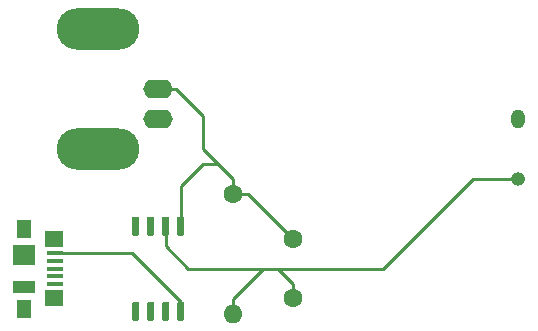
<source format=gbr>
G04 #@! TF.GenerationSoftware,KiCad,Pcbnew,(5.1.5)-3*
G04 #@! TF.CreationDate,2020-02-27T09:25:40+00:00*
G04 #@! TF.ProjectId,fast_diode_pcb,66617374-5f64-4696-9f64-655f7063622e,rev?*
G04 #@! TF.SameCoordinates,Original*
G04 #@! TF.FileFunction,Copper,L1,Top*
G04 #@! TF.FilePolarity,Positive*
%FSLAX46Y46*%
G04 Gerber Fmt 4.6, Leading zero omitted, Abs format (unit mm)*
G04 Created by KiCad (PCBNEW (5.1.5)-3) date 2020-02-27 09:25:40*
%MOMM*%
%LPD*%
G04 APERTURE LIST*
%ADD10O,1.200000X1.600000*%
%ADD11O,1.200000X1.200000*%
%ADD12C,1.600000*%
%ADD13R,1.380000X0.450000*%
%ADD14R,1.550000X1.425000*%
%ADD15R,1.300000X1.650000*%
%ADD16R,1.900000X1.800000*%
%ADD17R,1.900000X1.000000*%
%ADD18O,7.000000X3.500000*%
%ADD19O,2.500000X1.600000*%
%ADD20O,1.600000X1.600000*%
%ADD21C,0.100000*%
%ADD22C,0.250000*%
G04 APERTURE END LIST*
D10*
X149860000Y-97790000D03*
D11*
X149860000Y-102870000D03*
D12*
X130810000Y-107950000D03*
X130810000Y-112950000D03*
D13*
X110680000Y-109190000D03*
X110680000Y-109840000D03*
X110680000Y-110490000D03*
X110680000Y-111140000D03*
X110680000Y-111790000D03*
D14*
X110595000Y-108002500D03*
X110595000Y-112977500D03*
D15*
X108020000Y-107115000D03*
X108020000Y-113865000D03*
D16*
X108020000Y-109340000D03*
D17*
X108020000Y-112040000D03*
D18*
X114300000Y-100330000D03*
X114300000Y-90170000D03*
D19*
X119380000Y-95250000D03*
X119380000Y-97790000D03*
D12*
X125730000Y-104140000D03*
D20*
X125730000Y-114300000D03*
G04 #@! TA.AperFunction,SMDPad,CuDef*
D21*
G36*
X121449703Y-106090722D02*
G01*
X121464264Y-106092882D01*
X121478543Y-106096459D01*
X121492403Y-106101418D01*
X121505710Y-106107712D01*
X121518336Y-106115280D01*
X121530159Y-106124048D01*
X121541066Y-106133934D01*
X121550952Y-106144841D01*
X121559720Y-106156664D01*
X121567288Y-106169290D01*
X121573582Y-106182597D01*
X121578541Y-106196457D01*
X121582118Y-106210736D01*
X121584278Y-106225297D01*
X121585000Y-106240000D01*
X121585000Y-107540000D01*
X121584278Y-107554703D01*
X121582118Y-107569264D01*
X121578541Y-107583543D01*
X121573582Y-107597403D01*
X121567288Y-107610710D01*
X121559720Y-107623336D01*
X121550952Y-107635159D01*
X121541066Y-107646066D01*
X121530159Y-107655952D01*
X121518336Y-107664720D01*
X121505710Y-107672288D01*
X121492403Y-107678582D01*
X121478543Y-107683541D01*
X121464264Y-107687118D01*
X121449703Y-107689278D01*
X121435000Y-107690000D01*
X121135000Y-107690000D01*
X121120297Y-107689278D01*
X121105736Y-107687118D01*
X121091457Y-107683541D01*
X121077597Y-107678582D01*
X121064290Y-107672288D01*
X121051664Y-107664720D01*
X121039841Y-107655952D01*
X121028934Y-107646066D01*
X121019048Y-107635159D01*
X121010280Y-107623336D01*
X121002712Y-107610710D01*
X120996418Y-107597403D01*
X120991459Y-107583543D01*
X120987882Y-107569264D01*
X120985722Y-107554703D01*
X120985000Y-107540000D01*
X120985000Y-106240000D01*
X120985722Y-106225297D01*
X120987882Y-106210736D01*
X120991459Y-106196457D01*
X120996418Y-106182597D01*
X121002712Y-106169290D01*
X121010280Y-106156664D01*
X121019048Y-106144841D01*
X121028934Y-106133934D01*
X121039841Y-106124048D01*
X121051664Y-106115280D01*
X121064290Y-106107712D01*
X121077597Y-106101418D01*
X121091457Y-106096459D01*
X121105736Y-106092882D01*
X121120297Y-106090722D01*
X121135000Y-106090000D01*
X121435000Y-106090000D01*
X121449703Y-106090722D01*
G37*
G04 #@! TD.AperFunction*
G04 #@! TA.AperFunction,SMDPad,CuDef*
G36*
X120179703Y-106090722D02*
G01*
X120194264Y-106092882D01*
X120208543Y-106096459D01*
X120222403Y-106101418D01*
X120235710Y-106107712D01*
X120248336Y-106115280D01*
X120260159Y-106124048D01*
X120271066Y-106133934D01*
X120280952Y-106144841D01*
X120289720Y-106156664D01*
X120297288Y-106169290D01*
X120303582Y-106182597D01*
X120308541Y-106196457D01*
X120312118Y-106210736D01*
X120314278Y-106225297D01*
X120315000Y-106240000D01*
X120315000Y-107540000D01*
X120314278Y-107554703D01*
X120312118Y-107569264D01*
X120308541Y-107583543D01*
X120303582Y-107597403D01*
X120297288Y-107610710D01*
X120289720Y-107623336D01*
X120280952Y-107635159D01*
X120271066Y-107646066D01*
X120260159Y-107655952D01*
X120248336Y-107664720D01*
X120235710Y-107672288D01*
X120222403Y-107678582D01*
X120208543Y-107683541D01*
X120194264Y-107687118D01*
X120179703Y-107689278D01*
X120165000Y-107690000D01*
X119865000Y-107690000D01*
X119850297Y-107689278D01*
X119835736Y-107687118D01*
X119821457Y-107683541D01*
X119807597Y-107678582D01*
X119794290Y-107672288D01*
X119781664Y-107664720D01*
X119769841Y-107655952D01*
X119758934Y-107646066D01*
X119749048Y-107635159D01*
X119740280Y-107623336D01*
X119732712Y-107610710D01*
X119726418Y-107597403D01*
X119721459Y-107583543D01*
X119717882Y-107569264D01*
X119715722Y-107554703D01*
X119715000Y-107540000D01*
X119715000Y-106240000D01*
X119715722Y-106225297D01*
X119717882Y-106210736D01*
X119721459Y-106196457D01*
X119726418Y-106182597D01*
X119732712Y-106169290D01*
X119740280Y-106156664D01*
X119749048Y-106144841D01*
X119758934Y-106133934D01*
X119769841Y-106124048D01*
X119781664Y-106115280D01*
X119794290Y-106107712D01*
X119807597Y-106101418D01*
X119821457Y-106096459D01*
X119835736Y-106092882D01*
X119850297Y-106090722D01*
X119865000Y-106090000D01*
X120165000Y-106090000D01*
X120179703Y-106090722D01*
G37*
G04 #@! TD.AperFunction*
G04 #@! TA.AperFunction,SMDPad,CuDef*
G36*
X118909703Y-106090722D02*
G01*
X118924264Y-106092882D01*
X118938543Y-106096459D01*
X118952403Y-106101418D01*
X118965710Y-106107712D01*
X118978336Y-106115280D01*
X118990159Y-106124048D01*
X119001066Y-106133934D01*
X119010952Y-106144841D01*
X119019720Y-106156664D01*
X119027288Y-106169290D01*
X119033582Y-106182597D01*
X119038541Y-106196457D01*
X119042118Y-106210736D01*
X119044278Y-106225297D01*
X119045000Y-106240000D01*
X119045000Y-107540000D01*
X119044278Y-107554703D01*
X119042118Y-107569264D01*
X119038541Y-107583543D01*
X119033582Y-107597403D01*
X119027288Y-107610710D01*
X119019720Y-107623336D01*
X119010952Y-107635159D01*
X119001066Y-107646066D01*
X118990159Y-107655952D01*
X118978336Y-107664720D01*
X118965710Y-107672288D01*
X118952403Y-107678582D01*
X118938543Y-107683541D01*
X118924264Y-107687118D01*
X118909703Y-107689278D01*
X118895000Y-107690000D01*
X118595000Y-107690000D01*
X118580297Y-107689278D01*
X118565736Y-107687118D01*
X118551457Y-107683541D01*
X118537597Y-107678582D01*
X118524290Y-107672288D01*
X118511664Y-107664720D01*
X118499841Y-107655952D01*
X118488934Y-107646066D01*
X118479048Y-107635159D01*
X118470280Y-107623336D01*
X118462712Y-107610710D01*
X118456418Y-107597403D01*
X118451459Y-107583543D01*
X118447882Y-107569264D01*
X118445722Y-107554703D01*
X118445000Y-107540000D01*
X118445000Y-106240000D01*
X118445722Y-106225297D01*
X118447882Y-106210736D01*
X118451459Y-106196457D01*
X118456418Y-106182597D01*
X118462712Y-106169290D01*
X118470280Y-106156664D01*
X118479048Y-106144841D01*
X118488934Y-106133934D01*
X118499841Y-106124048D01*
X118511664Y-106115280D01*
X118524290Y-106107712D01*
X118537597Y-106101418D01*
X118551457Y-106096459D01*
X118565736Y-106092882D01*
X118580297Y-106090722D01*
X118595000Y-106090000D01*
X118895000Y-106090000D01*
X118909703Y-106090722D01*
G37*
G04 #@! TD.AperFunction*
G04 #@! TA.AperFunction,SMDPad,CuDef*
G36*
X117639703Y-106090722D02*
G01*
X117654264Y-106092882D01*
X117668543Y-106096459D01*
X117682403Y-106101418D01*
X117695710Y-106107712D01*
X117708336Y-106115280D01*
X117720159Y-106124048D01*
X117731066Y-106133934D01*
X117740952Y-106144841D01*
X117749720Y-106156664D01*
X117757288Y-106169290D01*
X117763582Y-106182597D01*
X117768541Y-106196457D01*
X117772118Y-106210736D01*
X117774278Y-106225297D01*
X117775000Y-106240000D01*
X117775000Y-107540000D01*
X117774278Y-107554703D01*
X117772118Y-107569264D01*
X117768541Y-107583543D01*
X117763582Y-107597403D01*
X117757288Y-107610710D01*
X117749720Y-107623336D01*
X117740952Y-107635159D01*
X117731066Y-107646066D01*
X117720159Y-107655952D01*
X117708336Y-107664720D01*
X117695710Y-107672288D01*
X117682403Y-107678582D01*
X117668543Y-107683541D01*
X117654264Y-107687118D01*
X117639703Y-107689278D01*
X117625000Y-107690000D01*
X117325000Y-107690000D01*
X117310297Y-107689278D01*
X117295736Y-107687118D01*
X117281457Y-107683541D01*
X117267597Y-107678582D01*
X117254290Y-107672288D01*
X117241664Y-107664720D01*
X117229841Y-107655952D01*
X117218934Y-107646066D01*
X117209048Y-107635159D01*
X117200280Y-107623336D01*
X117192712Y-107610710D01*
X117186418Y-107597403D01*
X117181459Y-107583543D01*
X117177882Y-107569264D01*
X117175722Y-107554703D01*
X117175000Y-107540000D01*
X117175000Y-106240000D01*
X117175722Y-106225297D01*
X117177882Y-106210736D01*
X117181459Y-106196457D01*
X117186418Y-106182597D01*
X117192712Y-106169290D01*
X117200280Y-106156664D01*
X117209048Y-106144841D01*
X117218934Y-106133934D01*
X117229841Y-106124048D01*
X117241664Y-106115280D01*
X117254290Y-106107712D01*
X117267597Y-106101418D01*
X117281457Y-106096459D01*
X117295736Y-106092882D01*
X117310297Y-106090722D01*
X117325000Y-106090000D01*
X117625000Y-106090000D01*
X117639703Y-106090722D01*
G37*
G04 #@! TD.AperFunction*
G04 #@! TA.AperFunction,SMDPad,CuDef*
G36*
X117639703Y-113290722D02*
G01*
X117654264Y-113292882D01*
X117668543Y-113296459D01*
X117682403Y-113301418D01*
X117695710Y-113307712D01*
X117708336Y-113315280D01*
X117720159Y-113324048D01*
X117731066Y-113333934D01*
X117740952Y-113344841D01*
X117749720Y-113356664D01*
X117757288Y-113369290D01*
X117763582Y-113382597D01*
X117768541Y-113396457D01*
X117772118Y-113410736D01*
X117774278Y-113425297D01*
X117775000Y-113440000D01*
X117775000Y-114740000D01*
X117774278Y-114754703D01*
X117772118Y-114769264D01*
X117768541Y-114783543D01*
X117763582Y-114797403D01*
X117757288Y-114810710D01*
X117749720Y-114823336D01*
X117740952Y-114835159D01*
X117731066Y-114846066D01*
X117720159Y-114855952D01*
X117708336Y-114864720D01*
X117695710Y-114872288D01*
X117682403Y-114878582D01*
X117668543Y-114883541D01*
X117654264Y-114887118D01*
X117639703Y-114889278D01*
X117625000Y-114890000D01*
X117325000Y-114890000D01*
X117310297Y-114889278D01*
X117295736Y-114887118D01*
X117281457Y-114883541D01*
X117267597Y-114878582D01*
X117254290Y-114872288D01*
X117241664Y-114864720D01*
X117229841Y-114855952D01*
X117218934Y-114846066D01*
X117209048Y-114835159D01*
X117200280Y-114823336D01*
X117192712Y-114810710D01*
X117186418Y-114797403D01*
X117181459Y-114783543D01*
X117177882Y-114769264D01*
X117175722Y-114754703D01*
X117175000Y-114740000D01*
X117175000Y-113440000D01*
X117175722Y-113425297D01*
X117177882Y-113410736D01*
X117181459Y-113396457D01*
X117186418Y-113382597D01*
X117192712Y-113369290D01*
X117200280Y-113356664D01*
X117209048Y-113344841D01*
X117218934Y-113333934D01*
X117229841Y-113324048D01*
X117241664Y-113315280D01*
X117254290Y-113307712D01*
X117267597Y-113301418D01*
X117281457Y-113296459D01*
X117295736Y-113292882D01*
X117310297Y-113290722D01*
X117325000Y-113290000D01*
X117625000Y-113290000D01*
X117639703Y-113290722D01*
G37*
G04 #@! TD.AperFunction*
G04 #@! TA.AperFunction,SMDPad,CuDef*
G36*
X118909703Y-113290722D02*
G01*
X118924264Y-113292882D01*
X118938543Y-113296459D01*
X118952403Y-113301418D01*
X118965710Y-113307712D01*
X118978336Y-113315280D01*
X118990159Y-113324048D01*
X119001066Y-113333934D01*
X119010952Y-113344841D01*
X119019720Y-113356664D01*
X119027288Y-113369290D01*
X119033582Y-113382597D01*
X119038541Y-113396457D01*
X119042118Y-113410736D01*
X119044278Y-113425297D01*
X119045000Y-113440000D01*
X119045000Y-114740000D01*
X119044278Y-114754703D01*
X119042118Y-114769264D01*
X119038541Y-114783543D01*
X119033582Y-114797403D01*
X119027288Y-114810710D01*
X119019720Y-114823336D01*
X119010952Y-114835159D01*
X119001066Y-114846066D01*
X118990159Y-114855952D01*
X118978336Y-114864720D01*
X118965710Y-114872288D01*
X118952403Y-114878582D01*
X118938543Y-114883541D01*
X118924264Y-114887118D01*
X118909703Y-114889278D01*
X118895000Y-114890000D01*
X118595000Y-114890000D01*
X118580297Y-114889278D01*
X118565736Y-114887118D01*
X118551457Y-114883541D01*
X118537597Y-114878582D01*
X118524290Y-114872288D01*
X118511664Y-114864720D01*
X118499841Y-114855952D01*
X118488934Y-114846066D01*
X118479048Y-114835159D01*
X118470280Y-114823336D01*
X118462712Y-114810710D01*
X118456418Y-114797403D01*
X118451459Y-114783543D01*
X118447882Y-114769264D01*
X118445722Y-114754703D01*
X118445000Y-114740000D01*
X118445000Y-113440000D01*
X118445722Y-113425297D01*
X118447882Y-113410736D01*
X118451459Y-113396457D01*
X118456418Y-113382597D01*
X118462712Y-113369290D01*
X118470280Y-113356664D01*
X118479048Y-113344841D01*
X118488934Y-113333934D01*
X118499841Y-113324048D01*
X118511664Y-113315280D01*
X118524290Y-113307712D01*
X118537597Y-113301418D01*
X118551457Y-113296459D01*
X118565736Y-113292882D01*
X118580297Y-113290722D01*
X118595000Y-113290000D01*
X118895000Y-113290000D01*
X118909703Y-113290722D01*
G37*
G04 #@! TD.AperFunction*
G04 #@! TA.AperFunction,SMDPad,CuDef*
G36*
X120179703Y-113290722D02*
G01*
X120194264Y-113292882D01*
X120208543Y-113296459D01*
X120222403Y-113301418D01*
X120235710Y-113307712D01*
X120248336Y-113315280D01*
X120260159Y-113324048D01*
X120271066Y-113333934D01*
X120280952Y-113344841D01*
X120289720Y-113356664D01*
X120297288Y-113369290D01*
X120303582Y-113382597D01*
X120308541Y-113396457D01*
X120312118Y-113410736D01*
X120314278Y-113425297D01*
X120315000Y-113440000D01*
X120315000Y-114740000D01*
X120314278Y-114754703D01*
X120312118Y-114769264D01*
X120308541Y-114783543D01*
X120303582Y-114797403D01*
X120297288Y-114810710D01*
X120289720Y-114823336D01*
X120280952Y-114835159D01*
X120271066Y-114846066D01*
X120260159Y-114855952D01*
X120248336Y-114864720D01*
X120235710Y-114872288D01*
X120222403Y-114878582D01*
X120208543Y-114883541D01*
X120194264Y-114887118D01*
X120179703Y-114889278D01*
X120165000Y-114890000D01*
X119865000Y-114890000D01*
X119850297Y-114889278D01*
X119835736Y-114887118D01*
X119821457Y-114883541D01*
X119807597Y-114878582D01*
X119794290Y-114872288D01*
X119781664Y-114864720D01*
X119769841Y-114855952D01*
X119758934Y-114846066D01*
X119749048Y-114835159D01*
X119740280Y-114823336D01*
X119732712Y-114810710D01*
X119726418Y-114797403D01*
X119721459Y-114783543D01*
X119717882Y-114769264D01*
X119715722Y-114754703D01*
X119715000Y-114740000D01*
X119715000Y-113440000D01*
X119715722Y-113425297D01*
X119717882Y-113410736D01*
X119721459Y-113396457D01*
X119726418Y-113382597D01*
X119732712Y-113369290D01*
X119740280Y-113356664D01*
X119749048Y-113344841D01*
X119758934Y-113333934D01*
X119769841Y-113324048D01*
X119781664Y-113315280D01*
X119794290Y-113307712D01*
X119807597Y-113301418D01*
X119821457Y-113296459D01*
X119835736Y-113292882D01*
X119850297Y-113290722D01*
X119865000Y-113290000D01*
X120165000Y-113290000D01*
X120179703Y-113290722D01*
G37*
G04 #@! TD.AperFunction*
G04 #@! TA.AperFunction,SMDPad,CuDef*
G36*
X121449703Y-113290722D02*
G01*
X121464264Y-113292882D01*
X121478543Y-113296459D01*
X121492403Y-113301418D01*
X121505710Y-113307712D01*
X121518336Y-113315280D01*
X121530159Y-113324048D01*
X121541066Y-113333934D01*
X121550952Y-113344841D01*
X121559720Y-113356664D01*
X121567288Y-113369290D01*
X121573582Y-113382597D01*
X121578541Y-113396457D01*
X121582118Y-113410736D01*
X121584278Y-113425297D01*
X121585000Y-113440000D01*
X121585000Y-114740000D01*
X121584278Y-114754703D01*
X121582118Y-114769264D01*
X121578541Y-114783543D01*
X121573582Y-114797403D01*
X121567288Y-114810710D01*
X121559720Y-114823336D01*
X121550952Y-114835159D01*
X121541066Y-114846066D01*
X121530159Y-114855952D01*
X121518336Y-114864720D01*
X121505710Y-114872288D01*
X121492403Y-114878582D01*
X121478543Y-114883541D01*
X121464264Y-114887118D01*
X121449703Y-114889278D01*
X121435000Y-114890000D01*
X121135000Y-114890000D01*
X121120297Y-114889278D01*
X121105736Y-114887118D01*
X121091457Y-114883541D01*
X121077597Y-114878582D01*
X121064290Y-114872288D01*
X121051664Y-114864720D01*
X121039841Y-114855952D01*
X121028934Y-114846066D01*
X121019048Y-114835159D01*
X121010280Y-114823336D01*
X121002712Y-114810710D01*
X120996418Y-114797403D01*
X120991459Y-114783543D01*
X120987882Y-114769264D01*
X120985722Y-114754703D01*
X120985000Y-114740000D01*
X120985000Y-113440000D01*
X120985722Y-113425297D01*
X120987882Y-113410736D01*
X120991459Y-113396457D01*
X120996418Y-113382597D01*
X121002712Y-113369290D01*
X121010280Y-113356664D01*
X121019048Y-113344841D01*
X121028934Y-113333934D01*
X121039841Y-113324048D01*
X121051664Y-113315280D01*
X121064290Y-113307712D01*
X121077597Y-113301418D01*
X121091457Y-113296459D01*
X121105736Y-113292882D01*
X121120297Y-113290722D01*
X121135000Y-113290000D01*
X121435000Y-113290000D01*
X121449703Y-113290722D01*
G37*
G04 #@! TD.AperFunction*
D22*
X121285000Y-106890000D02*
X121285000Y-103505000D01*
X121285000Y-103505000D02*
X123190000Y-101600000D01*
X123190000Y-101600000D02*
X124460000Y-101600000D01*
X124460000Y-101600000D02*
X125730000Y-102870000D01*
X125730000Y-102870000D02*
X125730000Y-104140000D01*
X127000000Y-104140000D02*
X130810000Y-107950000D01*
X125730000Y-104140000D02*
X127000000Y-104140000D01*
X124460000Y-101600000D02*
X123190000Y-100330000D01*
X120880000Y-95250000D02*
X123190000Y-97560000D01*
X119380000Y-95250000D02*
X120880000Y-95250000D01*
X123190000Y-97560000D02*
X123190000Y-100330000D01*
X120015000Y-106890000D02*
X120015000Y-108585000D01*
X120015000Y-108585000D02*
X121920000Y-110490000D01*
X128270000Y-110490000D02*
X127000000Y-111760000D01*
X121920000Y-110490000D02*
X128270000Y-110490000D01*
X129540000Y-110490000D02*
X130810000Y-111760000D01*
X129540000Y-110490000D02*
X138430000Y-110490000D01*
X128270000Y-110490000D02*
X129540000Y-110490000D01*
X130810000Y-112950000D02*
X130810000Y-111760000D01*
X127000000Y-111760000D02*
X125730000Y-113030000D01*
X125730000Y-114300000D02*
X125730000Y-113030000D01*
X149860000Y-102870000D02*
X146050000Y-102870000D01*
X146050000Y-102870000D02*
X138430000Y-110490000D01*
X121285000Y-113290000D02*
X121285000Y-114090000D01*
X110680000Y-109190000D02*
X117185000Y-109190000D01*
X117185000Y-109190000D02*
X121285000Y-113290000D01*
M02*

</source>
